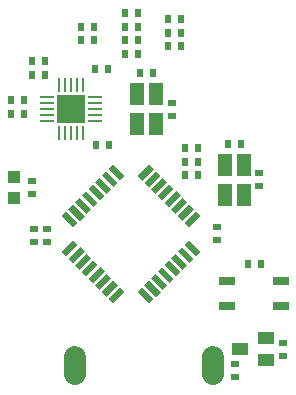
<source format=gtp>
From b7320a6b586e8cf12ea126e7ed4320e6d9f53e99 Mon Sep 17 00:00:00 2001
From: opiopan <opiopan@gmail.com>
Date: Mon, 1 Apr 2019 21:26:26 +0900
Subject: add examples

---
 examples/inputs/rcstick-f.GTP | 370 ++++++++++++++++++++++++++++++++++++++++++
 1 file changed, 370 insertions(+)
 create mode 100644 examples/inputs/rcstick-f.GTP

(limited to 'examples/inputs/rcstick-f.GTP')

diff --git a/examples/inputs/rcstick-f.GTP b/examples/inputs/rcstick-f.GTP
new file mode 100644
index 0000000..276d442
--- /dev/null
+++ b/examples/inputs/rcstick-f.GTP
@@ -0,0 +1,370 @@
+G04 EAGLE Gerber RS-274X export*
+G75*
+%MOMM*%
+%FSLAX34Y34*%
+%LPD*%
+%INSolder paste top*%
+%IPPOS*%
+%AMOC8*
+5,1,8,0,0,1.08239X$1,22.5*%
+G01*
+%ADD10R,0.700000X0.600000*%
+%ADD11R,0.600000X0.700000*%
+%ADD12C,1.900000*%
+%ADD13R,1.080000X1.050000*%
+%ADD14R,1.450000X0.650000*%
+%ADD15R,0.540000X1.400000*%
+%ADD16R,0.280000X1.260000*%
+%ADD17R,1.260000X0.280000*%
+%ADD18R,2.400000X2.400000*%
+%ADD19R,1.400000X1.000000*%
+%ADD20R,1.200000X1.900000*%
+
+
+D10*
+X214630Y29630D03*
+X214630Y18630D03*
+D11*
+X172300Y189230D03*
+X183300Y189230D03*
+X97370Y214630D03*
+X108370Y214630D03*
+X35980Y241300D03*
+X24980Y241300D03*
+X53760Y285750D03*
+X42760Y285750D03*
+X96100Y279400D03*
+X107100Y279400D03*
+X53760Y274320D03*
+X42760Y274320D03*
+D10*
+X255270Y47410D03*
+X255270Y36410D03*
+D11*
+X134200Y275590D03*
+X145200Y275590D03*
+D10*
+X161290Y239610D03*
+X161290Y250610D03*
+D11*
+X84670Y314960D03*
+X95670Y314960D03*
+X84670Y303530D03*
+X95670Y303530D03*
+X121500Y292100D03*
+X132500Y292100D03*
+X121500Y314960D03*
+X132500Y314960D03*
+X158330Y298450D03*
+X169330Y298450D03*
+X169330Y321310D03*
+X158330Y321310D03*
+D10*
+X199390Y145200D03*
+X199390Y134200D03*
+X55880Y132930D03*
+X55880Y143930D03*
+X44450Y132930D03*
+X44450Y143930D03*
+X234950Y179920D03*
+X234950Y190920D03*
+D11*
+X209130Y215900D03*
+X220130Y215900D03*
+X172300Y212090D03*
+X183300Y212090D03*
+X172300Y200660D03*
+X183300Y200660D03*
+D12*
+X79500Y35620D02*
+X79500Y20620D01*
+X196500Y20620D02*
+X196500Y35620D01*
+D11*
+X132500Y326390D03*
+X121500Y326390D03*
+X132500Y303530D03*
+X121500Y303530D03*
+X169330Y309880D03*
+X158330Y309880D03*
+D13*
+X27940Y187820D03*
+X27940Y170320D03*
+D11*
+X236640Y114300D03*
+X225640Y114300D03*
+X24980Y252730D03*
+X35980Y252730D03*
+D10*
+X43180Y184570D03*
+X43180Y173570D03*
+D14*
+X208390Y99650D03*
+X253890Y99650D03*
+X208390Y78150D03*
+X253890Y78150D03*
+D15*
+G36*
+X182012Y158932D02*
+X185830Y155114D01*
+X175932Y145216D01*
+X172114Y149034D01*
+X182012Y158932D01*
+G37*
+G36*
+X176355Y164589D02*
+X180173Y160771D01*
+X170275Y150873D01*
+X166457Y154691D01*
+X176355Y164589D01*
+G37*
+G36*
+X170699Y170246D02*
+X174517Y166428D01*
+X164619Y156530D01*
+X160801Y160348D01*
+X170699Y170246D01*
+G37*
+G36*
+X165042Y175903D02*
+X168860Y172085D01*
+X158962Y162187D01*
+X155144Y166005D01*
+X165042Y175903D01*
+G37*
+G36*
+X159385Y181560D02*
+X163203Y177742D01*
+X153305Y167844D01*
+X149487Y171662D01*
+X159385Y181560D01*
+G37*
+G36*
+X153799Y187146D02*
+X157617Y183328D01*
+X147719Y173430D01*
+X143901Y177248D01*
+X153799Y187146D01*
+G37*
+G36*
+X148142Y192803D02*
+X151960Y188985D01*
+X142062Y179087D01*
+X138244Y182905D01*
+X148142Y192803D01*
+G37*
+G36*
+X142485Y198460D02*
+X146303Y194642D01*
+X136405Y184744D01*
+X132587Y188562D01*
+X142485Y198460D01*
+G37*
+G36*
+X107768Y194712D02*
+X111586Y198530D01*
+X121484Y188632D01*
+X117666Y184814D01*
+X107768Y194712D01*
+G37*
+G36*
+X102111Y189055D02*
+X105929Y192873D01*
+X115827Y182975D01*
+X112009Y179157D01*
+X102111Y189055D01*
+G37*
+G36*
+X96454Y183399D02*
+X100272Y187217D01*
+X110170Y177319D01*
+X106352Y173501D01*
+X96454Y183399D01*
+G37*
+G36*
+X90797Y177742D02*
+X94615Y181560D01*
+X104513Y171662D01*
+X100695Y167844D01*
+X90797Y177742D01*
+G37*
+G36*
+X85140Y172085D02*
+X88958Y175903D01*
+X98856Y166005D01*
+X95038Y162187D01*
+X85140Y172085D01*
+G37*
+G36*
+X79483Y166428D02*
+X83301Y170246D01*
+X93199Y160348D01*
+X89381Y156530D01*
+X79483Y166428D01*
+G37*
+G36*
+X73827Y160771D02*
+X77645Y164589D01*
+X87543Y154691D01*
+X83725Y150873D01*
+X73827Y160771D01*
+G37*
+G36*
+X68170Y155114D02*
+X71988Y158932D01*
+X81886Y149034D01*
+X78068Y145216D01*
+X68170Y155114D01*
+G37*
+G36*
+X71988Y120468D02*
+X68170Y124286D01*
+X78068Y134184D01*
+X81886Y130366D01*
+X71988Y120468D01*
+G37*
+G36*
+X77645Y114811D02*
+X73827Y118629D01*
+X83725Y128527D01*
+X87543Y124709D01*
+X77645Y114811D01*
+G37*
+G36*
+X83301Y109154D02*
+X79483Y112972D01*
+X89381Y122870D01*
+X93199Y119052D01*
+X83301Y109154D01*
+G37*
+G36*
+X88958Y103497D02*
+X85140Y107315D01*
+X95038Y117213D01*
+X98856Y113395D01*
+X88958Y103497D01*
+G37*
+G36*
+X94615Y97840D02*
+X90797Y101658D01*
+X100695Y111556D01*
+X104513Y107738D01*
+X94615Y97840D01*
+G37*
+G36*
+X100272Y92183D02*
+X96454Y96001D01*
+X106352Y105899D01*
+X110170Y102081D01*
+X100272Y92183D01*
+G37*
+G36*
+X105929Y86527D02*
+X102111Y90345D01*
+X112009Y100243D01*
+X115827Y96425D01*
+X105929Y86527D01*
+G37*
+G36*
+X111586Y80870D02*
+X107768Y84688D01*
+X117666Y94586D01*
+X121484Y90768D01*
+X111586Y80870D01*
+G37*
+G36*
+X146232Y84688D02*
+X142414Y80870D01*
+X132516Y90768D01*
+X136334Y94586D01*
+X146232Y84688D01*
+G37*
+G36*
+X151889Y90345D02*
+X148071Y86527D01*
+X138173Y96425D01*
+X141991Y100243D01*
+X151889Y90345D01*
+G37*
+G36*
+X157546Y96001D02*
+X153728Y92183D01*
+X143830Y102081D01*
+X147648Y105899D01*
+X157546Y96001D01*
+G37*
+G36*
+X163203Y101658D02*
+X159385Y97840D01*
+X149487Y107738D01*
+X153305Y111556D01*
+X163203Y101658D01*
+G37*
+G36*
+X168860Y107315D02*
+X165042Y103497D01*
+X155144Y113395D01*
+X158962Y117213D01*
+X168860Y107315D01*
+G37*
+G36*
+X174517Y112972D02*
+X170699Y109154D01*
+X160801Y119052D01*
+X164619Y122870D01*
+X174517Y112972D01*
+G37*
+G36*
+X180173Y118629D02*
+X176355Y114811D01*
+X166457Y124709D01*
+X170275Y128527D01*
+X180173Y118629D01*
+G37*
+G36*
+X185830Y124286D02*
+X182012Y120468D01*
+X172114Y130366D01*
+X175932Y134184D01*
+X185830Y124286D01*
+G37*
+D16*
+X66200Y224810D03*
+X71200Y224810D03*
+X76200Y224810D03*
+X81200Y224810D03*
+X86200Y224810D03*
+D17*
+X96500Y235110D03*
+X96500Y240110D03*
+X96500Y245110D03*
+X96500Y250110D03*
+X96500Y255110D03*
+D16*
+X86200Y265410D03*
+X81200Y265410D03*
+X76200Y265410D03*
+X71200Y265410D03*
+X66200Y265410D03*
+D17*
+X55900Y255110D03*
+X55900Y250110D03*
+X55900Y245110D03*
+X55900Y240110D03*
+X55900Y235110D03*
+D18*
+X76200Y245110D03*
+D19*
+X218870Y41910D03*
+X240870Y51410D03*
+X240870Y32410D03*
+D20*
+X222630Y172820D03*
+X222630Y198020D03*
+X206630Y198020D03*
+X206630Y172820D03*
+X131700Y257710D03*
+X131700Y232510D03*
+X147700Y232510D03*
+X147700Y257710D03*
+M02*
-- 
cgit 


</source>
